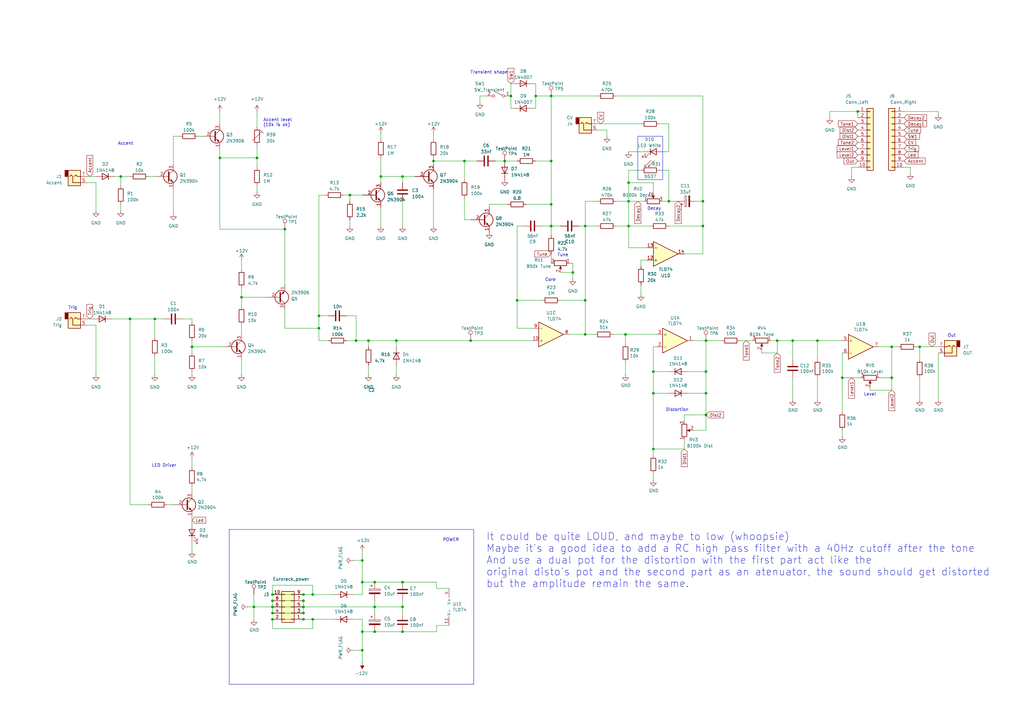
<source format=kicad_sch>
(kicad_sch (version 20230121) (generator eeschema)
  (paper "A3")
  (title_block (title "Drum K") (date "2023-03-09") (rev "MKII") (company "Plop's Modular"))
  (junction (at 124.46 246.38))
  (junction (at 240.03 137.16))
  (junction (at 289.56 170.18))
  (junction (at 240.03 92.71))
  (junction (at 165.1 248.92))
  (junction (at 288.29 82.55))
  (junction (at 226.06 39.37))
  (junction (at 105.41 64.77))
  (junction (at 148.59 238.76))
  (junction (at 288.29 92.71))
  (junction (at 345.44 154.94))
  (junction (at 124.46 251.46))
  (junction (at 212.09 123.19))
  (junction (at 365.76 142.24))
  (junction (at 177.8 66.04))
  (junction (at 146.05 139.7))
  (junction (at 104.14 248.92))
  (junction (at 209.55 39.37))
  (junction (at 207.01 66.04))
  (junction (at 151.13 139.7))
  (junction (at 289.56 152.4))
  (junction (at 289.56 161.29))
  (junction (at 325.12 139.7))
  (junction (at 190.5 66.04))
  (junction (at 257.81 92.71))
  (junction (at 240.03 123.19))
  (junction (at 165.1 259.08))
  (junction (at 318.77 139.7))
  (junction (at 226.06 83.82))
  (junction (at 116.84 93.98))
  (junction (at 111.76 246.38))
  (junction (at 335.28 139.7))
  (junction (at 124.46 248.92))
  (junction (at 128.27 254))
  (junction (at 257.81 74.93))
  (junction (at 49.53 72.39))
  (junction (at 90.17 64.77))
  (junction (at 289.56 139.7))
  (junction (at 63.5 130.81))
  (junction (at 148.59 259.08))
  (junction (at 53.34 130.81))
  (junction (at 193.04 139.7))
  (junction (at 156.21 72.39))
  (junction (at 148.59 229.87))
  (junction (at 162.56 139.7))
  (junction (at 351.79 45.72))
  (junction (at 111.76 243.84))
  (junction (at 267.97 184.15))
  (junction (at 153.67 259.08))
  (junction (at 234.95 111.76))
  (junction (at 99.06 121.92))
  (junction (at 219.71 39.37))
  (junction (at 257.81 82.55))
  (junction (at 130.81 129.54))
  (junction (at 267.97 152.4))
  (junction (at 274.32 82.55))
  (junction (at 256.54 137.16))
  (junction (at 111.76 251.46))
  (junction (at 124.46 243.84))
  (junction (at 128.27 243.84))
  (junction (at 130.81 134.62))
  (junction (at 226.06 66.04))
  (junction (at 153.67 248.92))
  (junction (at 148.59 266.7))
  (junction (at 377.19 142.24))
  (junction (at 143.51 80.01))
  (junction (at 153.67 238.76))
  (junction (at 267.97 161.29))
  (junction (at 365.76 154.94))
  (junction (at 124.46 254))
  (junction (at 111.76 248.92))
  (junction (at 226.06 92.71))
  (junction (at 78.74 142.24))
  (junction (at 165.1 238.76))
  (junction (at 111.76 254))
  (junction (at 165.1 72.39))
  (wire (pts (xy 375.92 142.24) (xy 377.19 142.24)))
  (wire (pts (xy 345.44 144.78) (xy 345.44 154.94)))
  (wire (pts (xy 99.06 147.32) (xy 99.06 153.67)))
  (wire (pts (xy 165.1 246.38) (xy 165.1 248.92)))
  (wire (pts (xy 101.6 248.92) (xy 104.14 248.92)))
  (wire (pts (xy 128.27 257.81) (xy 128.27 254)))
  (wire (pts (xy 226.06 39.37) (xy 245.11 39.37)))
  (wire (pts (xy 60.96 72.39) (xy 63.5 72.39)))
  (wire (pts (xy 274.32 92.71) (xy 288.29 92.71)))
  (wire (pts (xy 280.67 170.18) (xy 289.56 170.18)))
  (wire (pts (xy 179.07 241.3) (xy 179.07 238.76)))
  (wire (pts (xy 148.59 254) (xy 148.59 259.08)))
  (wire (pts (xy 130.81 134.62) (xy 130.81 139.7)))
  (wire (pts (xy 165.1 238.76) (xy 179.07 238.76)))
  (wire (pts (xy 151.13 139.7) (xy 162.56 139.7)))
  (wire (pts (xy 274.32 50.8) (xy 274.32 62.23)))
  (wire (pts (xy 116.84 134.62) (xy 130.81 134.62)))
  (wire (pts (xy 219.71 66.04) (xy 226.06 66.04)))
  (wire (pts (xy 351.79 45.72) (xy 351.79 48.26)))
  (wire (pts (xy 53.34 207.01) (xy 60.96 207.01)))
  (wire (pts (xy 35.56 74.93) (xy 39.37 74.93)))
  (wire (pts (xy 49.53 83.82) (xy 49.53 86.36)))
  (wire (pts (xy 90.17 64.77) (xy 105.41 64.77)))
  (wire (pts (xy 360.68 154.94) (xy 365.76 154.94)))
  (wire (pts (xy 196.85 41.91) (xy 196.85 39.37)))
  (wire (pts (xy 219.71 34.29) (xy 219.71 39.37)))
  (wire (pts (xy 335.28 154.94) (xy 335.28 163.83)))
  (wire (pts (xy 130.81 129.54) (xy 130.81 134.62)))
  (wire (pts (xy 271.78 62.23) (xy 274.32 62.23)))
  (wire (pts (xy 156.21 72.39) (xy 156.21 74.93)))
  (wire (pts (xy 144.78 243.84) (xy 148.59 243.84)))
  (wire (pts (xy 90.17 45.72) (xy 90.17 50.8)))
  (wire (pts (xy 281.94 161.29) (xy 289.56 161.29)))
  (wire (pts (xy 212.09 92.71) (xy 212.09 123.19)))
  (wire (pts (xy 318.77 144.78) (xy 318.77 139.7)))
  (wire (pts (xy 262.89 116.84) (xy 262.89 120.65)))
  (wire (pts (xy 365.76 142.24) (xy 365.76 154.94)))
  (wire (pts (xy 71.12 55.88) (xy 73.66 55.88)))
  (wire (pts (xy 148.59 266.7) (xy 148.59 259.08)))
  (wire (pts (xy 193.04 90.17) (xy 190.5 90.17)))
  (wire (pts (xy 105.41 64.77) (xy 105.41 68.58)))
  (wire (pts (xy 146.05 129.54) (xy 142.24 129.54)))
  (wire (pts (xy 177.8 77.47) (xy 177.8 92.71)))
  (wire (pts (xy 78.74 130.81) (xy 78.74 132.08)))
  (wire (pts (xy 104.14 248.92) (xy 111.76 248.92)))
  (wire (pts (xy 345.44 154.94) (xy 345.44 168.91)))
  (wire (pts (xy 240.03 92.71) (xy 245.11 92.71)))
  (wire (pts (xy 215.9 83.82) (xy 226.06 83.82)))
  (wire (pts (xy 193.04 139.7) (xy 218.44 139.7)))
  (wire (pts (xy 35.56 72.39) (xy 39.37 72.39)))
  (wire (pts (xy 124.46 251.46) (xy 124.46 248.92)))
  (wire (pts (xy 148.59 259.08) (xy 153.67 259.08)))
  (wire (pts (xy 130.81 80.01) (xy 133.35 80.01)))
  (wire (pts (xy 257.81 82.55) (xy 257.81 92.71)))
  (wire (pts (xy 179.07 259.08) (xy 179.07 256.54)))
  (wire (pts (xy 190.5 66.04) (xy 195.58 66.04)))
  (wire (pts (xy 130.81 129.54) (xy 134.62 129.54)))
  (wire (pts (xy 99.06 121.92) (xy 99.06 125.73)))
  (wire (pts (xy 280.67 104.14) (xy 288.29 104.14)))
  (wire (pts (xy 105.41 59.69) (xy 105.41 64.77)))
  (wire (pts (xy 229.87 92.71) (xy 226.06 92.71)))
  (wire (pts (xy 148.59 243.84) (xy 148.59 238.76)))
  (wire (pts (xy 111.76 243.84) (xy 111.76 240.03)))
  (wire (pts (xy 207.01 66.04) (xy 212.09 66.04)))
  (wire (pts (xy 111.76 248.92) (xy 111.76 246.38)))
  (wire (pts (xy 143.51 80.01) (xy 148.59 80.01)))
  (wire (pts (xy 99.06 121.92) (xy 109.22 121.92)))
  (wire (pts (xy 312.42 143.51) (xy 312.42 144.78)))
  (wire (pts (xy 162.56 139.7) (xy 193.04 139.7)))
  (wire (pts (xy 312.42 144.78) (xy 318.77 144.78)))
  (wire (pts (xy 128.27 243.84) (xy 124.46 243.84)))
  (wire (pts (xy 270.51 69.85) (xy 274.32 69.85)))
  (wire (pts (xy 78.74 212.09) (xy 78.74 214.63)))
  (wire (pts (xy 142.24 139.7) (xy 146.05 139.7)))
  (wire (pts (xy 270.51 50.8) (xy 274.32 50.8)))
  (wire (pts (xy 240.03 123.19) (xy 240.03 137.16)))
  (wire (pts (xy 265.43 101.6) (xy 257.81 101.6)))
  (wire (pts (xy 146.05 129.54) (xy 146.05 139.7)))
  (wire (pts (xy 245.11 53.34) (xy 248.92 53.34)))
  (wire (pts (xy 234.95 111.76) (xy 234.95 114.3)))
  (wire (pts (xy 162.56 139.7) (xy 162.56 142.24)))
  (polyline (pts (xy 194.31 280.67) (xy 93.98 280.67)))
  (wire (pts (xy 245.11 50.8) (xy 262.89 50.8)))
  (wire (pts (xy 78.74 142.24) (xy 91.44 142.24)))
  (wire (pts (xy 190.5 66.04) (xy 190.5 73.66)))
  (wire (pts (xy 99.06 133.35) (xy 99.06 137.16)))
  (wire (pts (xy 128.27 240.03) (xy 111.76 240.03)))
  (wire (pts (xy 90.17 93.98) (xy 116.84 93.98)))
  (wire (pts (xy 289.56 161.29) (xy 289.56 170.18)))
  (wire (pts (xy 45.72 130.81) (xy 53.34 130.81)))
  (wire (pts (xy 266.7 92.71) (xy 257.81 92.71)))
  (wire (pts (xy 222.25 123.19) (xy 212.09 123.19)))
  (wire (pts (xy 81.28 55.88) (xy 82.55 55.88)))
  (wire (pts (xy 104.14 248.92) (xy 104.14 254)))
  (wire (pts (xy 365.76 142.24) (xy 360.68 142.24)))
  (wire (pts (xy 156.21 54.61) (xy 156.21 57.15)))
  (wire (pts (xy 200.66 83.82) (xy 200.66 85.09)))
  (wire (pts (xy 78.74 191.77) (xy 78.74 187.96)))
  (wire (pts (xy 124.46 251.46) (xy 111.76 251.46)))
  (wire (pts (xy 226.06 104.14) (xy 226.06 107.95)))
  (wire (pts (xy 284.48 139.7) (xy 289.56 139.7)))
  (wire (pts (xy 351.79 68.58) (xy 349.25 68.58)))
  (polyline (pts (xy 93.98 217.17) (xy 194.31 217.17)))
  (wire (pts (xy 252.73 39.37) (xy 288.29 39.37)))
  (wire (pts (xy 365.76 154.94) (xy 365.76 160.02)))
  (wire (pts (xy 226.06 83.82) (xy 226.06 92.71)))
  (wire (pts (xy 257.81 69.85) (xy 257.81 74.93)))
  (wire (pts (xy 148.59 229.87) (xy 148.59 226.06)))
  (wire (pts (xy 269.24 142.24) (xy 267.97 142.24)))
  (wire (pts (xy 78.74 142.24) (xy 78.74 144.78)))
  (wire (pts (xy 226.06 92.71) (xy 222.25 92.71)))
  (wire (pts (xy 384.81 45.72) (xy 384.81 46.99)))
  (polyline (pts (xy 93.98 280.67) (xy 93.98 217.17)))
  (wire (pts (xy 274.32 69.85) (xy 274.32 82.55)))
  (wire (pts (xy 63.5 130.81) (xy 67.31 130.81)))
  (wire (pts (xy 165.1 259.08) (xy 179.07 259.08)))
  (wire (pts (xy 335.28 147.32) (xy 335.28 139.7)))
  (wire (pts (xy 219.71 34.29) (xy 218.44 34.29)))
  (wire (pts (xy 271.78 82.55) (xy 274.32 82.55)))
  (wire (pts (xy 153.67 238.76) (xy 165.1 238.76)))
  (wire (pts (xy 377.19 147.32) (xy 377.19 142.24)))
  (wire (pts (xy 137.16 243.84) (xy 128.27 243.84)))
  (wire (pts (xy 71.12 207.01) (xy 68.58 207.01)))
  (wire (pts (xy 116.84 93.98) (xy 116.84 116.84)))
  (wire (pts (xy 130.81 80.01) (xy 130.81 129.54)))
  (wire (pts (xy 144.78 229.87) (xy 148.59 229.87)))
  (wire (pts (xy 212.09 123.19) (xy 212.09 134.62)))
  (wire (pts (xy 209.55 34.29) (xy 209.55 39.37)))
  (wire (pts (xy 190.5 81.28) (xy 190.5 90.17)))
  (wire (pts (xy 288.29 82.55) (xy 288.29 39.37)))
  (wire (pts (xy 99.06 118.11) (xy 99.06 121.92)))
  (wire (pts (xy 288.29 104.14) (xy 288.29 92.71)))
  (wire (pts (xy 325.12 154.94) (xy 325.12 163.83)))
  (wire (pts (xy 264.16 62.23) (xy 257.81 62.23)))
  (wire (pts (xy 349.25 68.58) (xy 349.25 72.39)))
  (wire (pts (xy 177.8 64.77) (xy 177.8 66.04)))
  (wire (pts (xy 165.1 248.92) (xy 165.1 251.46)))
  (wire (pts (xy 325.12 139.7) (xy 335.28 139.7)))
  (wire (pts (xy 151.13 149.86) (xy 151.13 153.67)))
  (wire (pts (xy 257.81 69.85) (xy 262.89 69.85)))
  (wire (pts (xy 267.97 184.15) (xy 267.97 186.69)))
  (wire (pts (xy 124.46 254) (xy 128.27 254)))
  (wire (pts (xy 214.63 92.71) (xy 212.09 92.71)))
  (wire (pts (xy 177.8 66.04) (xy 177.8 67.31)))
  (wire (pts (xy 218.44 134.62) (xy 212.09 134.62)))
  (wire (pts (xy 134.62 139.7) (xy 130.81 139.7)))
  (wire (pts (xy 267.97 161.29) (xy 267.97 184.15)))
  (wire (pts (xy 267.97 74.93) (xy 257.81 74.93)))
  (wire (pts (xy 267.97 78.74) (xy 267.97 74.93)))
  (wire (pts (xy 340.36 45.72) (xy 351.79 45.72)))
  (wire (pts (xy 325.12 147.32) (xy 325.12 139.7)))
  (wire (pts (xy 256.54 153.67) (xy 256.54 148.59)))
  (wire (pts (xy 111.76 243.84) (xy 124.46 243.84)))
  (wire (pts (xy 148.59 271.78) (xy 148.59 266.7)))
  (wire (pts (xy 368.3 142.24) (xy 365.76 142.24)))
  (wire (pts (xy 39.37 74.93) (xy 39.37 86.36)))
  (wire (pts (xy 318.77 139.7) (xy 316.23 139.7)))
  (wire (pts (xy 262.89 109.22) (xy 262.89 106.68)))
  (wire (pts (xy 240.03 92.71) (xy 237.49 92.71)))
  (wire (pts (xy 210.82 44.45) (xy 209.55 44.45)))
  (wire (pts (xy 111.76 251.46) (xy 111.76 248.92)))
  (wire (pts (xy 267.97 161.29) (xy 274.32 161.29)))
  (wire (pts (xy 384.81 142.24) (xy 377.19 142.24)))
  (wire (pts (xy 63.5 138.43) (xy 63.5 130.81)))
  (wire (pts (xy 245.11 82.55) (xy 240.03 82.55)))
  (wire (pts (xy 111.76 257.81) (xy 128.27 257.81)))
  (wire (pts (xy 288.29 82.55) (xy 285.75 82.55)))
  (wire (pts (xy 184.15 241.3) (xy 179.07 241.3)))
  (wire (pts (xy 35.56 133.35) (xy 39.37 133.35)))
  (wire (pts (xy 63.5 146.05) (xy 63.5 153.67)))
  (wire (pts (xy 143.51 90.17) (xy 143.51 92.71)))
  (wire (pts (xy 356.87 158.75) (xy 356.87 160.02)))
  (wire (pts (xy 257.81 74.93) (xy 257.81 82.55)))
  (wire (pts (xy 165.1 72.39) (xy 170.18 72.39)))
  (wire (pts (xy 144.78 254) (xy 148.59 254)))
  (wire (pts (xy 111.76 254) (xy 124.46 254)))
  (wire (pts (xy 128.27 243.84) (xy 128.27 240.03)))
  (wire (pts (xy 345.44 154.94) (xy 353.06 154.94)))
  (wire (pts (xy 209.55 39.37) (xy 209.55 44.45)))
  (wire (pts (xy 124.46 248.92) (xy 153.67 248.92)))
  (wire (pts (xy 280.67 184.15) (xy 267.97 184.15)))
  (wire (pts (xy 116.84 127) (xy 116.84 134.62)))
  (wire (pts (xy 165.1 82.55) (xy 165.1 92.71)))
  (wire (pts (xy 240.03 92.71) (xy 240.03 123.19)))
  (wire (pts (xy 143.51 82.55) (xy 143.51 80.01)))
  (wire (pts (xy 281.94 152.4) (xy 289.56 152.4)))
  (wire (pts (xy 370.84 45.72) (xy 384.81 45.72)))
  (wire (pts (xy 71.12 77.47) (xy 71.12 87.63)))
  (wire (pts (xy 156.21 72.39) (xy 165.1 72.39)))
  (wire (pts (xy 226.06 39.37) (xy 226.06 66.04)))
  (wire (pts (xy 74.93 130.81) (xy 78.74 130.81)))
  (wire (pts (xy 49.53 76.2) (xy 49.53 72.39)))
  (wire (pts (xy 335.28 139.7) (xy 345.44 139.7)))
  (wire (pts (xy 318.77 139.7) (xy 325.12 139.7)))
  (wire (pts (xy 46.99 72.39) (xy 49.53 72.39)))
  (wire (pts (xy 240.03 82.55) (xy 240.03 92.71)))
  (wire (pts (xy 373.38 68.58) (xy 373.38 71.12)))
  (wire (pts (xy 219.71 44.45) (xy 218.44 44.45)))
  (wire (pts (xy 340.36 48.26) (xy 340.36 45.72)))
  (wire (pts (xy 219.71 39.37) (xy 219.71 44.45)))
  (wire (pts (xy 71.12 55.88) (xy 71.12 67.31)))
  (wire (pts (xy 267.97 196.85) (xy 267.97 194.31)))
  (wire (pts (xy 124.46 248.92) (xy 111.76 248.92)))
  (wire (pts (xy 251.46 137.16) (xy 256.54 137.16)))
  (wire (pts (xy 111.76 246.38) (xy 124.46 246.38)))
  (wire (pts (xy 256.54 137.16) (xy 269.24 137.16)))
  (wire (pts (xy 153.67 259.08) (xy 165.1 259.08)))
  (wire (pts (xy 257.81 82.55) (xy 264.16 82.55)))
  (wire (pts (xy 184.15 256.54) (xy 179.07 256.54)))
  (wire (pts (xy 196.85 39.37) (xy 199.39 39.37)))
  (wire (pts (xy 226.06 39.37) (xy 219.71 39.37)))
  (wire (pts (xy 252.73 92.71) (xy 257.81 92.71)))
  (polyline (pts (xy 194.31 217.17) (xy 194.31 280.67)))
  (wire (pts (xy 248.92 53.34) (xy 248.92 55.88)))
  (wire (pts (xy 148.59 238.76) (xy 153.67 238.76)))
  (wire (pts (xy 308.61 139.7) (xy 303.53 139.7)))
  (wire (pts (xy 284.48 176.53) (xy 289.56 176.53)))
  (wire (pts (xy 234.95 111.76) (xy 234.95 107.95)))
  (wire (pts (xy 78.74 139.7) (xy 78.74 142.24)))
  (wire (pts (xy 256.54 137.16) (xy 256.54 140.97)))
  (wire (pts (xy 162.56 149.86) (xy 162.56 153.67)))
  (wire (pts (xy 177.8 54.61) (xy 177.8 57.15)))
  (wire (pts (xy 111.76 254) (xy 111.76 257.81)))
  (wire (pts (xy 267.97 152.4) (xy 274.32 152.4)))
  (wire (pts (xy 90.17 64.77) (xy 90.17 93.98)))
  (wire (pts (xy 274.32 82.55) (xy 278.13 82.55)))
  (wire (pts (xy 384.81 144.78) (xy 384.81 163.83)))
  (wire (pts (xy 148.59 266.7) (xy 144.78 266.7)))
  (wire (pts (xy 289.56 170.18) (xy 289.56 176.53)))
  (wire (pts (xy 289.56 139.7) (xy 289.56 152.4)))
  (wire (pts (xy 35.56 130.81) (xy 38.1 130.81)))
  (wire (pts (xy 209.55 34.29) (xy 210.82 34.29)))
  (wire (pts (xy 104.14 243.84) (xy 104.14 248.92)))
  (wire (pts (xy 128.27 254) (xy 137.16 254)))
  (wire (pts (xy 148.59 238.76) (xy 148.59 229.87)))
  (wire (pts (xy 39.37 133.35) (xy 39.37 153.67)))
  (wire (pts (xy 262.89 106.68) (xy 265.43 106.68)))
  (wire (pts (xy 280.67 170.18) (xy 280.67 172.72)))
  (wire (pts (xy 289.56 152.4) (xy 289.56 161.29)))
  (wire (pts (xy 229.87 123.19) (xy 240.03 123.19)))
  (wire (pts (xy 49.53 72.39) (xy 53.34 72.39)))
  (wire (pts (xy 156.21 85.09) (xy 156.21 92.71)))
  (wire (pts (xy 78.74 226.06) (xy 78.74 222.25)))
  (wire (pts (xy 257.81 101.6) (xy 257.81 92.71)))
  (wire (pts (xy 146.05 139.7) (xy 151.13 139.7)))
  (wire (pts (xy 345.44 176.53) (xy 345.44 179.07)))
  (wire (pts (xy 229.87 111.76) (xy 234.95 111.76)))
  (wire (pts (xy 288.29 82.55) (xy 288.29 92.71)))
  (wire (pts (xy 267.97 152.4) (xy 267.97 161.29)))
  (wire (pts (xy 90.17 60.96) (xy 90.17 64.77)))
  (wire (pts (xy 153.67 246.38) (xy 153.67 248.92)))
  (wire (pts (xy 234.95 107.95) (xy 233.68 107.95)))
  (wire (pts (xy 289.56 139.7) (xy 295.91 139.7)))
  (wire (pts (xy 226.06 92.71) (xy 226.06 96.52)))
  (wire (pts (xy 153.67 248.92) (xy 153.67 251.46)))
  (wire (pts (xy 153.67 248.92) (xy 165.1 248.92)))
  (wire (pts (xy 233.68 137.16) (xy 240.03 137.16)))
  (wire (pts (xy 151.13 139.7) (xy 151.13 142.24)))
  (wire (pts (xy 165.1 72.39) (xy 165.1 74.93)))
  (wire (pts (xy 99.06 106.68) (xy 99.06 110.49)))
  (wire (pts (xy 78.74 201.93) (xy 78.74 199.39)))
  (wire (pts (xy 105.41 45.72) (xy 105.41 52.07)))
  (wire (pts (xy 143.51 80.01) (xy 140.97 80.01)))
  (wire (pts (xy 105.41 76.2) (xy 105.41 78.74)))
  (wire (pts (xy 200.66 83.82) (xy 208.28 83.82)))
  (wire (pts (xy 53.34 130.81) (xy 63.5 130.81)))
  (wire (pts (xy 53.34 130.81) (xy 53.34 207.01)))
  (wire (pts (xy 226.06 66.04) (xy 226.06 83.82)))
  (wire (pts (xy 280.67 180.34) (xy 280.67 184.15)))
  (wire (pts (xy 156.21 64.77) (xy 156.21 72.39)))
  (wire (pts (xy 370.84 68.58) (xy 373.38 68.58)))
  (wire (pts (xy 78.74 152.4) (xy 78.74 153.67)))
  (wire (pts (xy 124.46 248.92) (xy 124.46 246.38)))
  (wire (pts (xy 240.03 137.16) (xy 243.84 137.16)))
  (wire (pts (xy 377.19 163.83) (xy 377.19 154.94)))
  (wire (pts (xy 203.2 66.04) (xy 207.01 66.04)))
  (wire (pts (xy 356.87 160.02) (xy 365.76 160.02)))
  (wire (pts (xy 267.97 142.24) (xy 267.97 152.4)))
  (wire (pts (xy 252.73 82.55) (xy 257.81 82.55)))
  (wire (pts (xy 177.8 66.04) (xy 190.5 66.04)))
  (rectangle (start 261.62 55.88) (end 271.78 73.66))
  (text "It could be quite LOUD, and maybe to low (whoopsie)\nMaybe it's a good idea to add a RC high pass filter with a 40Hz cutoff after the tone\nAnd use a dual pot for the distortion with the first part act like the\noriginal disto's pot and the second part as an atenuator, the sound should get distorted\nbut the amplitude remain the same." (at 199.39 241.3 0) (effects (font (size 3 3)) (justify left bottom)))
  (text "Transient shape" (at 208.28 30.48 0) (effects (font (size 1.27 1.27)) (justify right bottom)))
  (text "Core" (at 223.52 115.57 0) (effects (font (size 1.27 1.27)) (justify left bottom)))
  (text "Decay" (at 265.43 86.36 0) (effects (font (size 1.27 1.27)) (justify left bottom)))
  (text "LED Driver" (at 62.23 191.77 0) (effects (font (size 1.27 1.27)) (justify left bottom)))
  (text "Tune" (at 228.6 105.41 0) (effects (font (size 1.27 1.27)) (justify left bottom)))
  (text "Accent" (at 48.26 59.69 0) (effects (font (size 1.27 1.27)) (justify left bottom)))
  (text "Distortion" (at 273.05 168.91 0) (effects (font (size 1.27 1.27)) (justify left bottom)))
  (text "Level" (at 354.33 162.56 0) (effects (font (size 1.27 1.27)) (justify left bottom)))
  (text "Out" (at 388.62 138.43 0) (effects (font (size 1.27 1.27)) (justify left bottom)))
  (text "Accent level \n(10k is ok)" (at 107.95 52.07 0) (effects (font (size 1.27 1.27)) (justify left bottom)))
  (text "Trig" (at 27.94 127 0) (effects (font (size 1.27 1.27)) (justify left bottom)))
  (text "POWER" (at 181.61 222.25 0) (effects (font (size 1.27 1.27)) (justify left bottom)))
  (global_label "Tone2" (shape input) (at 351.79 58.42 180) (property "Intersheetrefs" "${INTERSHEET_REFS}" (effects hide)))
  (global_label "Decay2" (shape input) (at 370.84 48.26 0) (property "Intersheetrefs" "${INTERSHEET_REFS}" (effects hide)))
  (global_label "Decay1" (shape input) (at 370.84 50.8 0) (property "Intersheetrefs" "${INTERSHEET_REFS}" (effects hide)))
  (global_label "Tune" (shape input) (at 370.84 53.34 0) (property "Intersheetrefs" "${INTERSHEET_REFS}" (effects hide)))
  (global_label "Tune" (shape input) (at 226.06 104.14 180) (property "Intersheetrefs" "${INTERSHEET_REFS}" (effects hide)))
  (global_label "Trig" (shape input) (at 36.83 130.81 90) (property "Intersheetrefs" "${INTERSHEET_REFS}" (effects hide)))
  (global_label "Level2" (shape input) (at 351.79 63.5 180) (property "Intersheetrefs" "${INTERSHEET_REFS}" (effects hide)))
  (global_label "Accent" (shape input) (at 36.83 72.39 90) (property "Intersheetrefs" "${INTERSHEET_REFS}" (effects hide)))
  (global_label "Decay1" (shape input) (at 261.62 82.55 270) (property "Intersheetrefs" "${INTERSHEET_REFS}" (effects hide)))
  (global_label "Tone1" (shape input) (at 351.79 50.8 180) (property "Intersheetrefs" "${INTERSHEET_REFS}" (effects hide)))
  (global_label "Tone2" (shape input) (at 318.77 144.78 270) (property "Intersheetrefs" "${INTERSHEET_REFS}" (effects hide)))
  (global_label "Level1" (shape input) (at 351.79 60.96 180) (property "Intersheetrefs" "${INTERSHEET_REFS}" (effects hide)))
  (global_label "SW1" (shape input) (at 370.84 55.88 0) (property "Intersheetrefs" "${INTERSHEET_REFS}" (effects hide)))
  (global_label "CV" (shape input) (at 246.38 50.8 90) (property "Intersheetrefs" "${INTERSHEET_REFS}" (effects hide)))
  (global_label "CV" (shape input) (at 370.84 58.42 0) (property "Intersheetrefs" "${INTERSHEET_REFS}" (effects hide)))
  (global_label "Dist1" (shape input) (at 280.67 184.15 270) (property "Intersheetrefs" "${INTERSHEET_REFS}" (effects hide)))
  (global_label "Decay2" (shape input) (at 278.13 82.55 270) (property "Intersheetrefs" "${INTERSHEET_REFS}" (effects hide)))
  (global_label "Trig" (shape input) (at 370.84 60.96 0) (property "Intersheetrefs" "${INTERSHEET_REFS}" (effects hide)))
  (global_label "Accent" (shape input) (at 370.84 66.04 0) (property "Intersheetrefs" "${INTERSHEET_REFS}" (effects hide)))
  (global_label "Dist2" (shape input) (at 289.56 170.18 0) (property "Intersheetrefs" "${INTERSHEET_REFS}" (effects hide)))
  (global_label "Tone1" (shape input) (at 306.07 139.7 270) (property "Intersheetrefs" "${INTERSHEET_REFS}" (effects hide)))
  (global_label "Led" (shape input) (at 78.74 213.36 0) (property "Intersheetrefs" "${INTERSHEET_REFS}" (effects hide)))
  (global_label "Dist1" (shape input) (at 351.79 55.88 180) (property "Intersheetrefs" "${INTERSHEET_REFS}" (effects hide)))
  (global_label "Dist2" (shape input) (at 351.79 53.34 180) (property "Intersheetrefs" "${INTERSHEET_REFS}" (effects hide)))
  (global_label "Out" (shape input) (at 351.79 66.04 180) (property "Intersheetrefs" "${INTERSHEET_REFS}" (effects hide)))
  (global_label "SW1" (shape input) (at 209.55 34.29 90) (property "Intersheetrefs" "${INTERSHEET_REFS}" (effects hide)))
  (global_label "Level2" (shape input) (at 365.76 160.02 270) (property "Intersheetrefs" "${INTERSHEET_REFS}" (effects hide)))
  (global_label "Out" (shape input) (at 382.27 142.24 90) (property "Intersheetrefs" "${INTERSHEET_REFS}" (effects hide)))
  (global_label "Level1" (shape input) (at 349.25 154.94 270) (property "Intersheetrefs" "${INTERSHEET_REFS}" (effects hide)))
  (global_label "Led" (shape input) (at 370.84 63.5 0) (property "Intersheetrefs" "${INTERSHEET_REFS}" (effects hide)))
  (symbol (lib_id "power:GND") (at 162.56 153.67 0) (unit 1)
    (property "Reference" "#PWR019" (effects hide))
    (property "Value" "GND" (at 162.56 158.75 0))
  )
  (symbol (lib_id "power:GND") (at 234.95 114.3 0) (unit 1)
    (property "Reference" "#PWR028" (effects hide))
    (property "Value" "GND" (at 234.95 119.38 0))
  )
  (symbol (lib_id "Amplifier_Operational:TL074") (at 273.05 104.14 0) (mirror x) (unit 4)
    (property "Reference" "U1" (at 273.05 113.03 0))
    (property "Value" "TL074" (at 273.05 110.49 0))
    (property "Footprint" "Drum-K:DIP-14_W7.62mm_Socket_LongPads" (effects hide))
    (property "Datasheet" "http://www.ti.com/lit/ds/symlink/tl071.pdf" (effects hide))
  )
  (symbol (lib_id "Transistor_BJT:2N3904") (at 153.67 80.01 0) (unit 1)
    (property "Reference" "Q6" (at 158.75 79.375 0) (effects (justify left)))
    (property "Value" "2N3904" (at 158.75 81.915 0) (effects (justify left)))
    (property "Footprint" "Drum-K:TO-92L_Inline_Wide" (effects hide))
    (property "Datasheet" "https://www.onsemi.com/pub/Collateral/2N3903-D.PDF" (effects hide))
  )
  (symbol (lib_id "power:GND") (at 207.01 73.66 0) (unit 1)
    (property "Reference" "#PWR027" (effects hide))
    (property "Value" "GND" (at 207.01 78.74 0))
  )
  (symbol (lib_id "Device:R") (at 99.06 129.54 0) (unit 1)
    (property "Reference" "R10" (at 101.6 128.905 0) (effects (justify left)))
    (property "Value" "10k" (at 101.6 131.445 0) (effects (justify left)))
    (property "Footprint" "Drum-K:Resistor_D2.5mm_P7.62mm" (effects hide))
  )
  (symbol (lib_id "power:GND") (at 104.14 254 0) (unit 1)
    (property "Reference" "#PWR015" (effects hide))
    (property "Value" "GND" (at 104.267 258.3942 0))
  )
  (symbol (lib_id "power:GND") (at 39.37 153.67 0) (unit 1)
    (property "Reference" "#PWR02" (effects hide))
    (property "Value" "GND" (at 39.37 158.75 0))
  )
  (symbol (lib_id "Device:R") (at 345.44 172.72 0) (unit 1)
    (property "Reference" "R36" (at 347.218 171.5516 0) (effects (justify left)))
    (property "Value" "1k" (at 347.218 173.863 0) (effects (justify left)))
    (property "Footprint" "Drum-K:Resistor_D2.5mm_P7.62mm" (effects hide))
  )
  (symbol (lib_id "Device:R") (at 49.53 80.01 0) (unit 1)
    (property "Reference" "R1" (at 52.07 79.375 0) (effects (justify left)))
    (property "Value" "100k" (at 52.07 81.915 0) (effects (justify left)))
    (property "Footprint" "Drum-K:Resistor_D2.5mm_P7.62mm" (effects hide))
  )
  (symbol (lib_id "power:GND") (at 63.5 153.67 0) (unit 1)
    (property "Reference" "#PWR04" (effects hide))
    (property "Value" "GND" (at 63.5 158.75 0))
  )
  (symbol (lib_id "Device:R") (at 77.47 55.88 90) (unit 1)
    (property "Reference" "R5" (at 77.47 50.8 90))
    (property "Value" "100k" (at 77.47 53.34 90))
    (property "Footprint" "Drum-K:Resistor_D2.5mm_P7.62mm" (effects hide))
  )
  (symbol (lib_id "power:GND") (at 349.25 72.39 0) (unit 1)
    (property "Reference" "#PWR036" (effects hide))
    (property "Value" "GND" (at 349.25 77.47 0))
  )
  (symbol (lib_id "power:-12V") (at 148.59 271.78 180) (unit 1)
    (property "Reference" "#PWR024" (effects hide))
    (property "Value" "-12V" (at 148.209 276.1742 0))
  )
  (symbol (lib_id "Connector:TestPoint") (at 289.56 139.7 0) (unit 1)
    (property "Reference" "TP6" (at 291.0332 136.7028 0) (effects (justify left)))
    (property "Value" "TestPoint" (at 285.75 134.62 0) (effects (justify left)))
    (property "Footprint" "Drum-K:TestPoint_Round" (effects hide))
  )
  (symbol (lib_id "Device:R") (at 143.51 86.36 180) (unit 1)
    (property "Reference" "R15" (at 146.05 85.725 0) (effects (justify right)))
    (property "Value" "2.2k" (at 146.05 88.265 0) (effects (justify right)))
    (property "Footprint" "Drum-K:Resistor_D2.5mm_P7.62mm" (effects hide))
  )
  (symbol (lib_id "Connector_Generic:Conn_01x10") (at 356.87 55.88 0) (unit 1)
    (property "Reference" "J5" (at 346.71 39.37 0) (effects (justify left)))
    (property "Value" "Conn_Left" (at 346.71 41.91 0) (effects (justify left)))
    (property "Footprint" "Drum-K:PinHeader_1x10" (effects hide))
  )
  (symbol (lib_id "Device:LED") (at 78.74 218.44 90) (unit 1)
    (property "Reference" "D3" (at 81.7118 217.4494 90) (effects (justify right)))
    (property "Value" "Red" (at 81.7118 219.7608 90) (effects (justify right)))
  )
  (symbol (lib_id "Device:R") (at 247.65 137.16 90) (unit 1)
    (property "Reference" "R24" (at 247.65 131.9022 90))
    (property "Value" "51k" (at 247.65 134.2136 90))
    (property "Footprint" "Drum-K:Resistor_D2.5mm_P7.62mm" (effects hide))
  )
  (symbol (lib_id "Device:R") (at 138.43 139.7 90) (unit 1)
    (property "Reference" "R14" (at 138.43 134.62 90))
    (property "Value" "100k" (at 138.43 137.16 90))
    (property "Footprint" "Drum-K:Resistor_D2.5mm_P7.62mm" (effects hide))
  )
  (symbol (lib_id "Device:R") (at 105.41 72.39 0) (unit 1)
    (property "Reference" "R12" (at 107.95 71.755 0) (effects (justify left)))
    (property "Value" "1M" (at 107.95 74.295 0) (effects (justify left)))
    (property "Footprint" "Drum-K:Resistor_D2.5mm_P7.62mm" (effects hide))
  )
  (symbol (lib_id "Device:R") (at 212.09 83.82 90) (unit 1)
    (property "Reference" "R20" (at 212.09 78.74 90))
    (property "Value" "6.8" (at 212.09 81.28 90))
    (property "Footprint" "Drum-K:Resistor_D2.5mm_P7.62mm" (effects hide))
  )
  (symbol (lib_id "Device:R") (at 262.89 113.03 180) (unit 1)
    (property "Reference" "R30" (at 265.43 112.395 0) (effects (justify right)))
    (property "Value" "20k" (at 265.43 114.935 0) (effects (justify right)))
    (property "Footprint" "Drum-K:Resistor_D2.5mm_P7.62mm" (effects hide))
  )
  (symbol (lib_id "power:PWR_FLAG") (at 144.78 266.7 90) (unit 1)
    (property "Reference" "#FLG03" (effects hide))
    (property "Value" "PWR_FLAG" (at 139.7 270.51 0) (effects (justify left)))
  )
  (symbol (lib_id "Device:C_Polarized") (at 153.67 255.27 0) (unit 1)
    (property "Reference" "C5" (at 157.48 253.746 0) (effects (justify left)))
    (property "Value" "10uf" (at 157.48 256.286 0) (effects (justify left)))
    (property "Footprint" "Drum-K:CP_Radial_D4.0mm_P2.00mm" (effects hide))
  )
  (symbol (lib_id "Device:R") (at 226.06 100.33 0) (unit 1)
    (property "Reference" "R22" (at 228.6 99.695 0) (effects (justify left)))
    (property "Value" "4.7k" (at 228.6 102.235 0) (effects (justify left)))
    (property "Footprint" "Drum-K:Resistor_D2.5mm_P7.62mm" (effects hide))
  )
  (symbol (lib_id "Device:R_Potentiometer") (at 229.87 107.95 270) (unit 1)
    (property "Reference" "RV1" (at 220.98 106.68 90))
    (property "Value" "B50k Tune" (at 220.98 109.22 90))
  )
  (symbol (lib_id "Device:R") (at 266.7 50.8 90) (unit 1)
    (property "Reference" "R28" (at 266.7 45.72 90))
    (property "Value" "100k" (at 266.7 48.26 90))
    (property "Footprint" "Drum-K:Resistor_D2.5mm_P7.62mm" (effects hide))
  )
  (symbol (lib_id "power:GND") (at 340.36 48.26 0) (unit 1)
    (property "Reference" "#PWR034" (effects hide))
    (property "Value" "GND" (at 340.36 53.34 0))
  )
  (symbol (lib_id "Device:R") (at 256.54 144.78 180) (unit 1)
    (property "Reference" "R29" (at 258.318 143.6116 0) (effects (justify right)))
    (property "Value" "10k" (at 258.318 145.923 0) (effects (justify right)))
    (property "Footprint" "Drum-K:Resistor_D2.5mm_P7.62mm" (effects hide))
  )
  (symbol (lib_id "Transistor_BJT:2N3904") (at 68.58 72.39 0) (unit 1)
    (property "Reference" "Q1" (at 73.66 71.755 0) (effects (justify left)))
    (property "Value" "2N3904" (at 73.66 74.295 0) (effects (justify left)))
    (property "Footprint" "Drum-K:TO-92L_Inline_Wide" (effects hide))
    (property "Datasheet" "https://www.onsemi.com/pub/Collateral/2N3903-D.PDF" (effects hide))
  )
  (symbol (lib_id "Device:C") (at 165.1 242.57 0) (unit 1)
    (property "Reference" "C7" (at 168.021 241.4016 0) (effects (justify left)))
    (property "Value" "100nf" (at 168.021 243.713 0) (effects (justify left)))
    (property "Footprint" "Drum-K:C_Disc_D5.0mm_W2.5mm_P2.50mm" (effects hide))
  )
  (symbol (lib_id "power:GND") (at 200.66 95.25 0) (unit 1)
    (property "Reference" "#PWR026" (effects hide))
    (property "Value" "GND" (at 200.66 100.33 0))
  )
  (symbol (lib_id "Device:R") (at 177.8 60.96 0) (unit 1)
    (property "Reference" "R18" (at 180.34 60.325 0) (effects (justify left)))
    (property "Value" "20k" (at 180.34 62.865 0) (effects (justify left)))
    (property "Footprint" "Drum-K:Resistor_D2.5mm_P7.62mm" (effects hide))
  )
  (symbol (lib_id "Amplifier_Operational:TL074") (at 353.06 142.24 0) (unit 2)
    (property "Reference" "U1" (at 353.06 132.9182 0))
    (property "Value" "TL074" (at 353.06 135.2296 0))
    (property "Footprint" "Drum-K:DIP-14_W7.62mm_Socket_LongPads" (effects hide))
    (property "Datasheet" "http://www.ti.com/lit/ds/symlink/tl071.pdf" (effects hide))
  )
  (symbol (lib_id "Switch:SW_SPST") (at 204.47 39.37 0) (mirror y) (unit 1)
    (property "Reference" "SW1" (at 196.85 34.29 0))
    (property "Value" "SW_Transient" (at 200.66 36.83 0))
  )
  (symbol (lib_id "Connector:TestPoint") (at 226.06 39.37 0) (unit 1)
    (property "Reference" "TP5" (at 227.5332 36.3728 0) (effects (justify left)))
    (property "Value" "TestPoint" (at 222.25 34.29 0) (effects (justify left)))
    (property "Footprint" "Drum-K:TestPoint_Round" (effects hide))
  )
  (symbol (lib_id "Connector:TestPoint") (at 116.84 93.98 0) (unit 1)
    (property "Reference" "TP1" (at 118.3132 90.9828 0) (effects (justify left)))
    (property "Value" "TestPoint" (at 113.03 88.9 0) (effects (justify left)))
    (property "Footprint" "Drum-K:TestPoint_Round" (effects hide))
  )
  (symbol (lib_id "power:+12V") (at 90.17 45.72 0) (unit 1)
    (property "Reference" "#PWR09" (effects hide))
    (property "Value" "+12V" (at 90.17 40.64 0))
  )
  (symbol (lib_id "Diode:1N4148") (at 43.18 72.39 180) (unit 1)
    (property "Reference" "D2" (at 43.18 67.31 0))
    (property "Value" "1N4148" (at 43.18 69.85 0))
    (property "Footprint" "Drum-K:DO-35_SOD27_P5.08mm_Horizontal" (effects hide))
    (property "Datasheet" "https://assets.nexperia.com/documents/data-sheet/1N4148_1N4448.pdf" (effects hide))
    (property "Sim.Device" "D" (effects hide))
    (property "Sim.Pins" "1=K 2=A" (effects hide))
  )
  (symbol (lib_id "power:GND") (at 151.13 153.67 0) (unit 1)
    (property "Reference" "#PWR016" (effects hide))
    (property "Value" "GND" (at 151.13 158.75 0))
  )
  (symbol (lib_id "power:GND") (at 105.41 78.74 0) (unit 1)
    (property "Reference" "#PWR013" (effects hide))
    (property "Value" "GND" (at 105.41 83.82 0))
  )
  (symbol (lib_id "Connector_Generic:Conn_01x10") (at 365.76 55.88 0) (mirror y) (unit 1)
    (property "Reference" "J6" (at 367.03 39.37 0) (effects (justify left)))
    (property "Value" "Conn_Right" (at 375.92 41.91 0) (effects (justify left)))
    (property "Footprint" "Drum-K:PinHeader_1x10" (effects hide))
  )
  (symbol (lib_id "Device:R_Trim") (at 105.41 55.88 0) (unit 1)
    (property "Reference" "R39" (at 109.22 55.245 0) (effects (justify left)))
    (property "Value" "20k" (at 109.22 57.785 0) (effects (justify left)))
  )
  (symbol (lib_id "Diode:1N4148") (at 278.13 161.29 180) (unit 1)
    (property "Reference" "D12" (at 278.13 155.8036 0))
    (property "Value" "1N4148" (at 278.13 158.115 0))
    (property "Footprint" "Drum-K:DO-35_SOD27_P5.08mm_Horizontal" (effects hide))
    (property "Datasheet" "https://assets.nexperia.com/documents/data-sheet/1N4148_1N4448.pdf" (effects hide))
  )
  (symbol (lib_id "power:GND") (at 262.89 120.65 0) (unit 1)
    (property "Reference" "#PWR030" (effects hide))
    (property "Value" "GND" (at 262.89 125.73 0))
  )
  (symbol (lib_id "Amplifier_Operational:TL074") (at 276.86 139.7 0) (unit 1)
    (property "Reference" "U1" (at 276.86 130.3782 0))
    (property "Value" "TL074" (at 276.86 132.6896 0))
    (property "Footprint" "Drum-K:DIP-14_W7.62mm_Socket_LongPads" (effects hide))
    (property "Datasheet" "http://www.ti.com/lit/ds/symlink/tl071.pdf" (effects hide))
  )
  (symbol (lib_id "Diode:1N4148") (at 278.13 152.4 0) (unit 1)
    (property "Reference" "D11" (at 278.13 146.9136 0))
    (property "Value" "1N4148" (at 278.13 149.225 0))
    (property "Footprint" "Drum-K:DO-35_SOD27_P5.08mm_Horizontal" (effects hide))
    (property "Datasheet" "https://assets.nexperia.com/documents/data-sheet/1N4148_1N4448.pdf" (effects hide))
  )
  (symbol (lib_id "Device:R") (at 64.77 207.01 270) (unit 1)
    (property "Reference" "R4" (at 64.77 201.7522 90))
    (property "Value" "100k" (at 64.77 204.0636 90))
    (property "Footprint" "Drum-K:Resistor_D2.5mm_P7.62mm" (effects hide))
  )
  (symbol (lib_id "Connector_Generic:Conn_02x05_Odd_Even") (at 119.38 248.92 180) (unit 1)
    (property "Reference" "J3" (at 109.22 243.84 0))
    (property "Value" "Eurorack_power" (at 119.38 237.49 0))
    (property "Footprint" "Drum-K:IDC-Header_2x05" (effects hide))
  )
  (symbol (lib_id "power:+12V") (at 156.21 54.61 0) (unit 1)
    (property "Reference" "#PWR017" (effects hide))
    (property "Value" "+12V" (at 156.21 50.8 0))
  )
  (symbol (lib_id "Diode:1N4148") (at 207.01 69.85 90) (unit 1)
    (property "Reference" "D7" (at 209.55 69.215 90) (effects (justify right)))
    (property "Value" "1N4148" (at 209.55 71.755 90) (effects (justify right)))
    (property "Footprint" "Drum-K:DO-35_SOD27_P5.08mm_Horizontal" (effects hide))
    (property "Datasheet" "https://assets.nexperia.com/documents/data-sheet/1N4148_1N4448.pdf" (effects hide))
    (property "Sim.Device" "D" (effects hide))
    (property "Sim.Pins" "1=K 2=A" (effects hide))
  )
  (symbol (lib_id "Device:R_Potentiometer") (at 280.67 176.53 0) (mirror x) (unit 1)
    (property "Reference" "RV3" (at 284.48 180.34 0))
    (property "Value" "B100k Dist" (at 287.02 182.88 0))
  )
  (symbol (lib_id "Device:R") (at 99.06 114.3 0) (unit 1)
    (property "Reference" "R9" (at 101.6 113.665 0) (effects (justify left)))
    (property "Value" "4.7k" (at 101.6 116.205 0) (effects (justify left)))
    (property "Footprint" "Drum-K:Resistor_D2.5mm_P7.62mm" (effects hide))
  )
  (symbol (lib_id "power:GND") (at 257.81 62.23 0) (unit 1)
    (property "Reference" "#PWR053" (effects hide))
    (property "Value" "GND" (at 257.81 67.31 0))
  )
  (symbol (lib_id "power:GND") (at 49.53 86.36 0) (unit 1)
    (property "Reference" "#PWR03" (effects hide))
    (property "Value" "GND" (at 49.53 91.44 0))
  )
  (symbol (lib_id "Device:R") (at 248.92 82.55 90) (unit 1)
    (property "Reference" "R26" (at 248.92 77.47 90))
    (property "Value" "470k" (at 248.92 80.01 90))
    (property "Footprint" "Drum-K:Resistor_D2.5mm_P7.62mm" (effects hide))
  )
  (symbol (lib_id "power:GND") (at 345.44 179.07 0) (unit 1)
    (property "Reference" "#PWR035" (effects hide))
    (property "Value" "GND" (at 345.567 183.4642 0))
  )
  (symbol (lib_id "power:+12V") (at 78.74 187.96 0) (unit 1)
    (property "Reference" "#PWR07" (effects hide))
    (property "Value" "+12V" (at 79.121 183.5658 0))
  )
  (symbol (lib_id "Connector_Audio:AudioJack2") (at 240.03 50.8 0) (mirror x) (unit 1)
    (property "Reference" "J4" (at 234.95 50.8 0) (effects (justify right)))
    (property "Value" "CV" (at 234.95 48.26 0) (effects (justify right)))
  )
  (symbol (lib_id "Device:R") (at 248.92 92.71 90) (unit 1)
    (property "Reference" "R27" (at 248.92 87.63 90))
    (property "Value" "47k" (at 248.92 90.17 90))
    (property "Footprint" "Drum-K:Resistor_D2.5mm_P7.62mm" (effects hide))
  )
  (symbol (lib_id "Diode:1N4007") (at 214.63 34.29 0) (mirror y) (unit 1)
    (property "Reference" "D8" (at 214.63 29.21 0))
    (property "Value" "1N4007" (at 214.63 31.75 0))
    (property "Footprint" "Drum-K:DO-41_SOD81_P7.62mm_Horizontal(1n4007)" (effects hide))
    (property "Datasheet" "http://www.vishay.com/docs/88503/1n4001.pdf" (effects hide))
    (property "Sim.Device" "D" (effects hide))
    (property "Sim.Pins" "1=K 2=A" (effects hide))
  )
  (symbol (lib_id "Connector_Audio:AudioJack2") (at 30.48 72.39 0) (mirror x) (unit 1)
    (property "Reference" "J1" (at 25.4 72.39 0) (effects (justify right)))
    (property "Value" "Accent" (at 25.4 74.93 0) (effects (justify right)))
  )
  (symbol (lib_id "power:PWR_FLAG") (at 101.6 248.92 90) (unit 1)
    (property "Reference" "#FLG01" (effects hide))
    (property "Value" "PWR_FLAG" (at 96.52 252.73 0) (effects (justify left)))
  )
  (symbol (lib_id "Diode:1N4148") (at 140.97 243.84 180) (unit 1)
    (property "Reference" "D5" (at 140.97 238.3536 0))
    (property "Value" "1N4148" (at 140.97 240.665 0))
    (property "Footprint" "Drum-K:DO-35_SOD27_P5.08mm_Horizontal" (effects hide))
    (property "Datasheet" "https://assets.nexperia.com/documents/data-sheet/1N4148_1N4448.pdf" (effects hide))
  )
  (symbol (lib_id "power:GND") (at 78.74 226.06 0) (unit 1)
    (property "Reference" "#PWR08" (effects hide))
    (property "Value" "GND" (at 78.867 230.4542 0))
  )
  (symbol (lib_id "Device:R") (at 267.97 190.5 180) (unit 1)
    (property "Reference" "R32" (at 269.748 189.3316 0) (effects (justify right)))
    (property "Value" "1k" (at 269.748 191.643 0) (effects (justify right)))
    (property "Footprint" "Drum-K:Resistor_D2.5mm_P7.62mm" (effects hide))
  )
  (symbol (lib_id "Device:R") (at 372.11 142.24 270) (unit 1)
    (property "Reference" "R37" (at 372.11 136.9822 90))
    (property "Value" "1k" (at 372.11 139.2936 90))
    (property "Footprint" "Drum-K:Resistor_D2.5mm_P7.62mm" (effects hide))
  )
  (symbol (lib_id "Device:C_Polarized") (at 281.94 82.55 90) (unit 1)
    (property "Reference" "C11" (at 281.051 76.2 90))
    (property "Value" "33uf" (at 281.051 78.74 90))
    (property "Footprint" "Drum-K:CP_Radial_D4.0mm_P2.00mm" (effects hide))
  )
  (symbol (lib_id "Device:R") (at 270.51 92.71 90) (unit 1)
    (property "Reference" "R33" (at 270.51 87.63 90))
    (property "Value" "47k" (at 270.51 90.17 90))
    (property "Footprint" "Drum-K:Resistor_D2.5mm_P7.62mm" (effects hide))
  )
  (symbol (lib_id "Diode:1N4148") (at 140.97 254 0) (unit 1)
    (property "Reference" "D6" (at 140.97 248.5136 0))
    (property "Value" "1N4148" (at 140.97 250.825 0))
    (property "Footprint" "Drum-K:DO-35_SOD27_P5.08mm_Horizontal" (effects hide))
    (property "Datasheet" "https://assets.nexperia.com/documents/data-sheet/1N4148_1N4448.pdf" (effects hide))
  )
  (symbol (lib_id "Device:R") (at 78.74 148.59 0) (unit 1)
    (property "Reference" "R7" (at 81.28 147.955 0) (effects (justify left)))
    (property "Value" "10k" (at 81.28 150.495 0) (effects (justify left)))
    (property "Footprint" "Drum-K:Resistor_D2.5mm_P7.62mm" (effects hide))
  )
  (symbol (lib_id "Device:R_Potentiometer") (at 356.87 154.94 270) (unit 1)
    (property "Reference" "RV5" (at 356.87 149.86 90))
    (property "Value" "B10k Level" (at 356.87 152.4 90))
  )
  (symbol (lib_id "Device:R") (at 78.74 135.89 0) (unit 1)
    (property "Reference" "R6" (at 81.28 135.255 0) (effects (justify left)))
    (property "Value" "20k" (at 81.28 137.795 0) (effects (justify left)))
    (property "Footprint" "Drum-K:Resistor_D2.5mm_P7.62mm" (effects hide))
  )
  (symbol (lib_id "Device:C") (at 233.68 92.71 90) (unit 1)
    (property "Reference" "C10" (at 233.68 99.1108 90))
    (property "Value" "56nf" (at 233.68 96.7994 90))
    (property "Footprint" "Drum-K:C_Rect_L7.0mm_W2.5mm_P5.00mm" (effects hide))
  )
  (symbol (lib_id "power:+12V") (at 105.41 45.72 0) (unit 1)
    (property "Reference" "#PWR012" (effects hide))
    (property "Value" "+12V" (at 105.41 40.64 0))
  )
  (symbol (lib_id "power:GND") (at 71.12 87.63 0) (unit 1)
    (property "Reference" "#PWR05" (effects hide))
    (property "Value" "GND" (at 71.12 92.71 0))
  )
  (symbol (lib_id "power:GND") (at 143.51 92.71 0) (unit 1)
    (property "Reference" "#PWR014" (effects hide))
    (property "Value" "GND" (at 143.51 97.79 0))
  )
  (symbol (lib_id "Transistor_BJT:2N3906") (at 114.3 121.92 0) (mirror x) (unit 1)
    (property "Reference" "Q5" (at 119.38 122.555 0) (effects (justify left)))
    (property "Value" "2N3906" (at 119.38 120.015 0) (effects (justify left)))
    (property "Footprint" "Drum-K:TO-92L_Inline_Wide" (effects hide))
    (property "Datasheet" "https://www.onsemi.com/pub/Collateral/2N3906-D.PDF" (effects hide))
  )
  (symbol (lib_id "Device:R") (at 215.9 66.04 90) (unit 1)
    (property "Reference" "R21" (at 215.9 60.96 90))
    (property "Value" "1M" (at 215.9 63.5 90))
    (property "Footprint" "Drum-K:Resistor_D2.5mm_P7.62mm" (effects hide))
  )
  (symbol (lib_id "Transistor_BJT:2N3906") (at 87.63 55.88 0) (unit 1)
    (property "Reference" "Q3" (at 92.71 55.245 0) (effects (justify left)))
    (property "Value" "2N3906" (at 92.71 57.785 0) (effects (justify left)))
    (property "Footprint" "Drum-K:TO-92L_Inline_Wide" (effects hide))
    (property "Datasheet" "https://www.onsemi.com/pub/Collateral/2N3906-D.PDF" (effects hide))
  )
  (symbol (lib_id "power:GND") (at 373.38 71.12 0) (unit 1)
    (property "Reference" "#PWR037" (effects hide))
    (property "Value" "GND" (at 373.38 76.2 0))
  )
  (symbol (lib_id "power:GND") (at 384.81 46.99 0) (unit 1)
    (property "Reference" "#PWR040" (effects hide))
    (property "Value" "GND" (at 384.81 52.07 0))
  )
  (symbol (lib_id "Device:R") (at 63.5 142.24 0) (unit 1)
    (property "Reference" "R3" (at 66.04 141.605 0) (effects (justify left)))
    (property "Value" "100k" (at 66.04 144.145 0) (effects (justify left)))
    (property "Footprint" "Drum-K:Resistor_D2.5mm_P7.62mm" (effects hide))
  )
  (symbol (lib_id "Connector:TestPoint") (at 193.04 139.7 0) (unit 1)
    (property "Reference" "TP3" (at 194.5132 136.7028 0) (effects (justify left)))
    (property "Value" "TestPoint" (at 189.23 134.62 0) (effects (justify left)))
    (property "Footprint" "Drum-K:TestPoint_Round" (effects hide))
  )
  (symbol (lib_id "power:GND") (at 335.28 163.83 0) (unit 1)
    (property "Reference" "#PWR033" (effects hide))
    (property "Value" "GND" (at 335.407 168.2242 0))
  )
  (symbol (lib_id "Diode:1N4148") (at 162.56 146.05 270) (unit 1)
    (property "Reference" "D4" (at 165.1 145.415 90) (effects (justify left)))
    (property "Value" "1N4148" (at 165.1 147.955 90) (effects (justify left)))
    (property "Footprint" "Drum-K:DO-35_SOD27_P5.08mm_Horizontal" (effects hide))
    (property "Datasheet" "https://assets.nexperia.com/documents/data-sheet/1N4148_1N4448.pdf" (effects hide))
    (property "Sim.Device" "D" (effects hide))
    (property "Sim.Pins" "1=K 2=A" (effects hide))
  )
  (symbol (lib_id "Device:LED") (at 267.97 62.23 0) (unit 1)
    (property "Reference" "D10" (at 266.3825 57.15 0))
    (property "Value" "LED White" (at 266.3825 59.69 0))
    (property "Footprint" "Drum-K:LED_D5.0mm_Horizontal" (effects hide))
  )
  (symbol (lib_id "Transistor_BJT:2N3904") (at 76.2 207.01 0) (unit 1)
    (property "Reference" "Q2" (at 81.026 205.8416 0) (effects (justify left)))
    (property "Value" "2N3904" (at 81.026 208.153 0) (effects (justify left)))
    (property "Footprint" "Drum-K:TO-92L_Inline_Wide" (effects hide))
    (property "Datasheet" "https://www.fairchildsemi.com/datasheets/2N/2N3904.pdf" (effects hide))
  )
  (symbol (lib_id "power:GND") (at 384.81 163.83 0) (unit 1)
    (property "Reference" "#PWR039" (effects hide))
    (property "Value" "GND" (at 384.937 168.2242 0))
  )
  (symbol (lib_id "power:GND") (at 39.37 86.36 0) (unit 1)
    (property "Reference" "#PWR01" (effects hide))
    (property "Value" "GND" (at 39.37 91.44 0))
  )
  (symbol (lib_id "Transistor_BJT:2N3904") (at 198.12 90.17 0) (unit 1)
    (property "Reference" "Q8" (at 203.2 89.535 0) (effects (justify left)))
    (property "Value" "2N3904" (at 203.2 92.075 0) (effects (justify left)))
    (property "Footprint" "Drum-K:TO-92L_Inline_Wide" (effects hide))
    (property "Datasheet" "https://www.onsemi.com/pub/Collateral/2N3903-D.PDF" (effects hide))
  )
  (symbol (lib_id "power:GND") (at 377.19 163.83 0) (unit 1)
    (property "Reference" "#PWR038" (effects hide))
    (property "Value" "GND" (at 377.317 168.2242 0))
  )
  (symbol (lib_id "power:GND") (at 156.21 92.71 0) (unit 1)
    (property "Reference" "#PWR018" (effects hide))
    (property "Value" "GND" (at 156.21 97.79 0))
  )
  (symbol (lib_id "Device:C") (at 165.1 255.27 0) (unit 1)
    (property "Reference" "C8" (at 168.021 254.1016 0) (effects (justify left)))
    (property "Value" "100nf" (at 168.021 256.413 0) (effects (justify left)))
    (property "Footprint" "Drum-K:C_Disc_D5.0mm_W2.5mm_P2.50mm" (effects hide))
  )
  (symbol (lib_id "power:GND") (at 196.85 41.91 0) (mirror y) (unit 1)
    (property "Reference" "#PWR025" (effects hide))
    (property "Value" "GND" (at 196.85 46.99 0))
  )
  (symbol (lib_id "Diode:1N4007") (at 214.63 44.45 0) (mirror x) (unit 1)
    (property "Reference" "D9" (at 214.63 39.37 0))
    (property "Value" "1N4007" (at 214.63 41.91 0))
    (property "Footprint" "Drum-K:DO-41_SOD81_P7.62mm_Horizontal(1n4007)" (effects hide))
    (property "Datasheet" "http://www.vishay.com/docs/88503/1n4001.pdf" (effects hide))
    (property "Sim.Device" "D" (effects hide))
    (property "Sim.Pins" "1=K 2=A" (effects hide))
  )
  (symbol (lib_id "Device:R") (at 137.16 80.01 90) (unit 1)
    (property "Reference" "R13" (at 137.16 74.93 90))
    (property "Value" "4.7k" (at 137.16 77.47 90))
    (property "Footprint" "Drum-K:Resistor_D2.5mm_P7.62mm" (effects hide))
  )
  (symbol (lib_id "power:+12V") (at 148.59 226.06 0) (unit 1)
    (property "Reference" "#PWR023" (effects hide))
    (property "Value" "+12V" (at 148.971 221.6658 0))
  )
  (symbol (lib_id "power:GND") (at 325.12 163.83 0) (unit 1)
    (property "Reference" "#PWR032" (effects hide))
    (property "Value" "GND" (at 325.247 168.2242 0))
  )
  (symbol (lib_id "power:+12V") (at 177.8 54.61 0) (unit 1)
    (property "Reference" "#PWR021" (effects hide))
    (property "Value" "+12V" (at 177.8 50.8 0))
  )
  (symbol (lib_id "power:GND") (at 256.54 153.67 0) (unit 1)
    (property "Reference" "#PWR029" (effects hide))
    (property "Value" "GND" (at 256.667 158.0642 0))
  )
  (symbol (lib_id "Device:C") (at 71.12 130.81 90) (unit 1)
    (property "Reference" "C1" (at 71.12 124.46 90))
    (property "Value" "100n" (at 71.12 127 90))
    (property "Footprint" "Drum-K:C_Disc_D5.0mm_W2.5mm_P2.50mm" (effects hide))
  )
  (symbol (lib_id "Transistor_BJT:2N3904") (at 96.52 142.24 0) (unit 1)
    (property "Reference" "Q4" (at 101.6 141.605 0) (effects (justify left)))
    (property "Value" "2N3904" (at 101.6 144.145 0) (effects (justify left)))
    (property "Footprint" "Drum-K:TO-92L_Inline_Wide" (effects hide))
    (property "Datasheet" "https://www.onsemi.com/pub/Collateral/2N3903-D.PDF" (effects hide))
  )
  (symbol (lib_id "Device:R") (at 190.5 77.47 0) (unit 1)
    (property "Reference" "R19" (at 193.04 76.835 0) (effects (justify left)))
    (property "Value" "100k" (at 193.04 79.375 0) (effects (justify left)))
    (property "Footprint" "Drum-K:Resistor_D2.5mm_P7.62mm" (effects hide))
  )
  (symbol (lib_id "power:GND") (at 267.97 196.85 0) (unit 1)
    (property "Reference" "#PWR031" (effects hide))
    (property "Value" "GND" (at 268.097 201.2442 0))
  )
  (symbol (lib_id "Connector:TestPoint") (at 207.01 66.04 0) (unit 1)
    (property "Reference" "TP4" (at 208.4832 63.0428 0) (effects (justify left)))
    (property "Value" "TestPoint" (at 203.2 60.96 0) (effects (justify left)))
    (property "Footprint" "Drum-K:TestPoint_Round" (effects hide))
  )
  (symbol (lib_id "power:GND") (at 78.74 153.67 0) (unit 1)
    (property "Reference" "#PWR06" (effects hide))
    (property "Value" "GND" (at 78.74 158.75 0))
  )
  (symbol (lib_id "power:GND") (at 248.92 55.88 0) (unit 1)
    (property "Reference" "#PWR052" (effects hide))
    (property "Value" "GND" (at 248.92 60.96 0))
  )
  (symbol (lib_id "Connector_Audio:AudioJack2") (at 389.89 142.24 180) (unit 1)
    (property "Reference" "J7" (at 394.97 142.24 0) (effects (justify right)))
    (property "Value" "OUT" (at 394.97 144.78 0) (effects (justify right)))
  )
  (symbol (lib_id "Transistor_BJT:2N3904") (at 175.26 72.39 0) (unit 1)
    (property "Reference" "Q7" (at 180.34 71.755 0) (effects (justify left)))
    (property "Value" "2N3904" (at 180.34 74.295 0) (effects (justify left)))
    (property "Footprint" "Drum-K:TO-92L_Inline_Wide" (effects hide))
    (property "Datasheet" "https://www.onsemi.com/pub/Collateral/2N3903-D.PDF" (effects hide))
  )
  (symbol (lib_id "power:PWR_FLAG") (at 144.78 229.87 90) (unit 1)
    (property "Reference" "#FLG02" (effects hide))
    (property "Value" "PWR_FLAG" (at 139.7 233.68 0) (effects (justify left)))
  )
  (symbol (lib_id "Device:R") (at 156.21 60.96 0) (unit 1)
    (property "Reference" "R17" (at 158.75 60.325 0) (effects (justify left)))
    (property "Value" "1M" (at 158.75 62.865 0) (effects (justify left)))
    (property "Footprint" "Drum-K:Resistor_D2.5mm_P7.62mm" (effects hide))
  )
  (symbol (lib_id "Device:C_Polarized") (at 153.67 242.57 0) (unit 1)
    (property "Reference" "C4" (at 157.48 241.046 0) (effects (justify left)))
    (property "Value" "10uf" (at 157.48 243.586 0) (effects (justify left)))
    (property "Footprint" "Drum-K:CP_Radial_D4.0mm_P2.00mm" (effects hide))
  )
  (symbol (lib_id "power:GND") (at 177.8 92.71 0) (unit 1)
    (property "Reference" "#PWR022" (effects hide))
    (property "Value" "GND" (at 177.8 97.79 0))
  )
  (symbol (lib_id "Device:R_Photo") (at 266.7 69.85 270) (unit 1)
    (property "Reference" "R31" (at 269.24 67.31 90))
    (property "Value" "5537" (at 266.7 72.39 90))
    (property "Footprint" "Drum-K:LDR_D5.0mm" (effects hide))
  )
  (symbol (lib_id "Device:R_Potentiometer") (at 312.42 139.7 270) (unit 1)
    (property "Reference" "RV4" (at 312.42 134.62 90))
    (property "Value" "B10k Tone" (at 312.42 137.16 90))
  )
  (symbol (lib_id "Device:R") (at 151.13 146.05 180) (unit 1)
    (property "Reference" "R16" (at 156.21 145.415 0) (effects (justify right)))
    (property "Value" "4.7k" (at 153.67 147.955 0) (effects (justify right)))
    (property "Footprint" "Drum-K:Resistor_D2.5mm_P7.62mm" (effects hide))
  )
  (symbol (lib_id "Device:C") (at 138.43 129.54 90) (unit 1)
    (property "Reference" "C2" (at 152.4 160.02 90))
    (property "Value" "10n" (at 138.43 125.73 90))
    (property "Footprint" "Drum-K:C_Rect_L7.0mm_W2.5mm_P5.00mm" (effects hide))
  )
  (symbol (lib_id "Device:R") (at 78.74 195.58 180) (unit 1)
    (property "Reference" "R8" (at 80.518 194.4116 0) (effects (justify right)))
    (property "Value" "4.7k" (at 80.518 196.723 0) (effects (justify right)))
    (property "Footprint" "Drum-K:Resistor_D2.5mm_P7.62mm" (effects hide))
  )
  (symbol (lib_id "power:GND") (at 165.1 92.71 0) (unit 1)
    (property "Reference" "#PWR020" (effects hide))
    (property "Value" "GND" (at 165.1 97.79 0))
  )
  (symbol (lib_id "Device:R") (at 299.72 139.7 90) (unit 1)
    (property "Reference" "R34" (at 299.72 134.4422 90))
    (property "Value" "100" (at 299.72 136.7536 90))
    (property "Footprint" "Drum-K:Resistor_D2.5mm_P7.62mm" (effects hide))
  )
  (symbol (lib_id "Device:R") (at 57.15 72.39 90) (unit 1)
    (property "Reference" "R2" (at 57.15 67.31 90))
    (property "Value" "10k" (at 57.15 69.85 90))
    (property "Footprint" "Drum-K:Resistor_D2.5mm_P7.62mm" (effects hide))
  )
  (symbol (lib_id "Device:C") (at 199.39 66.04 90) (unit 1)
    (property "Reference" "C6" (at 199.39 59.69 90))
    (property "Value" "33nf" (at 199.39 62.23 90))
    (property "Footprint" "Drum-K:C_Rect_L7.0mm_W2.5mm_P5.00mm" (effects hide))
  )
  (symbol (lib_id "power:GND") (at 99.06 153.67 0) (unit 1)
    (property "Reference" "#PWR011" (effects hide))
    (property "Value" "GND" (at 99.06 158.75 0))
  )
  (symbol (lib_id "Device:R_Potentiometer") (at 267.97 82.55 90) (unit 1)
    (property "Reference" "RV2" (at 261.62 77.47 90))
    (property "Value" "B100k Decay" (at 261.62 80.01 90))
  )
  (symbol (lib_id "Device:C") (at 165.1 78.74 0) (unit 1)
    (property "Reference" "C3" (at 168.91 78.105 0) (effects (justify left)))
    (property "Value" "100n" (at 168.91 80.645 0) (effects (justify left)))
    (property "Footprint" "Drum-K:C_Disc_D5.0mm_W2.5mm_P2.50mm" (effects hide))
  )
  (symbol (lib_id "Connector:TestPoint") (at 104.14 243.84 0) (unit 1)
    (property "Reference" "TP2" (at 105.6132 240.8428 0) (effects (justify left)))
    (property "Value" "TestPoint" (at 100.33 238.76 0) (effects (justify left)))
    (property "Footprint" "Drum-K:TestPoint_square" (effects hide))
  )
  (symbol (lib_id "Device:R") (at 335.28 151.13 0) (unit 1)
    (property "Reference" "R35" (at 337.058 149.9616 0) (effects (justify left)))
    (property "Value" "100k" (at 337.058 152.273 0) (effects (justify left)))
    (property "Footprint" "Drum-K:Resistor_D2.5mm_P7.62mm" (effects hide))
  )
  (symbol (lib_id "Device:C") (at 325.12 151.13 0) (unit 1)
    (property "Reference" "C12" (at 328.041 149.9616 0) (effects (justify left)))
    (property "Value" "100nf" (at 328.041 152.273 0) (effects (justify left)))
    (property "Footprint" "Drum-K:C_Rect_L7.0mm_W2.5mm_P5.00mm" (effects hide))
  )
  (symbol (lib_id "Diode:1N4148") (at 41.91 130.81 180) (unit 1)
    (property "Reference" "D1" (at 41.91 125.73 0))
    (property "Value" "1N4148" (at 41.91 128.27 0))
    (property "Footprint" "Drum-K:DO-35_SOD27_P5.08mm_Horizontal" (effects hide))
    (property "Datasheet" "https://assets.nexperia.com/documents/data-sheet/1N4148_1N4448.pdf" (effects hide))
    (property "Sim.Device" "D" (effects hide))
    (property "Sim.Pins" "1=K 2=A" (effects hide))
  )
  (symbol (lib_id "Amplifier_Operational:TL074") (at 226.06 137.16 0) (mirror x) (unit 3)
    (property "Reference" "U1" (at 226.06 128.27 0))
    (property "Value" "TL074" (at 227.33 130.81 0))
    (property "Footprint" "Drum-K:DIP-14_W7.62mm_Socket_LongPads" (effects hide))
    (property "Datasheet" "http://www.ti.com/lit/ds/symlink/tl071.pdf" (effects hide))
  )
  (symbol (lib_id "Device:R") (at 226.06 123.19 270) (unit 1)
    (property "Reference" "R23" (at 226.06 117.9322 90))
    (property "Value" "1M" (at 226.06 120.2436 90))
    (property "Footprint" "Drum-K:Resistor_D2.5mm_P7.62mm" (effects hide))
  )
  (symbol (lib_id "Amplifier_Operational:TL074") (at 186.69 248.92 0) (unit 5)
    (property "Reference" "U1" (at 185.6232 247.7516 0) (effects (justify left)))
    (property "Value" "TL074" (at 185.6232 250.063 0) (effects (justify left)))
    (property "Footprint" "Drum-K:DIP-14_W7.62mm_Socket_LongPads" (effects hide))
    (property "Datasheet" "http://www.ti.com/lit/ds/symlink/tl071.pdf" (effects hide))
  )
  (symbol (lib_id "Device:C") (at 218.44 92.71 90) (unit 1)
    (property "Reference" "C9" (at 218.44 99.1108 90))
    (property "Value" "56nf" (at 218.44 96.7994 90))
    (property "Footprint" "Drum-K:C_Rect_L7.0mm_W2.5mm_P5.00mm" (effects hide))
  )
  (symbol (lib_id "power:+12V") (at 99.06 106.68 0) (unit 1)
    (property "Reference" "#PWR010" (effects hide))
    (property "Value" "+12V" (at 99.06 102.87 0))
  )
  (symbol (lib_id "Device:R") (at 248.92 39.37 90) (unit 1)
    (property "Reference" "R25" (at 248.92 34.29 90))
    (property "Value" "470k" (at 248.92 36.83 90))
    (property "Footprint" "Drum-K:Resistor_D2.5mm_P7.62mm" (effects hide))
  )
  (symbol (lib_id "Connector_Audio:AudioJack2") (at 30.48 130.81 0) (mirror x) (unit 1)
    (property "Reference" "J2" (at 25.4 130.81 0) (effects (justify right)))
    (property "Value" "Trig" (at 25.4 133.35 0) (effects (justify right)))
  )
  (symbol (lib_id "Device:R") (at 377.19 151.13 0) (unit 1)
    (property "Reference" "R38" (at 378.968 149.9616 0) (effects (justify left)))
    (property "Value" "100k" (at 378.968 152.273 0) (effects (justify left)))
    (property "Footprint" "Drum-K:Resistor_D2.5mm_P7.62mm" (effects hide))
  )
)
</source>
